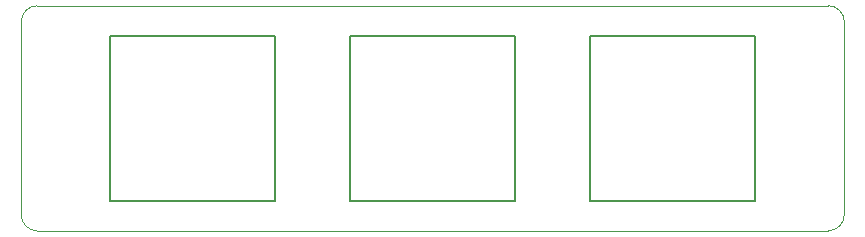
<source format=gbr>
%TF.GenerationSoftware,KiCad,Pcbnew,(7.0.0-0)*%
%TF.CreationDate,2023-04-04T23:19:51-05:00*%
%TF.ProjectId,1x3_breadboard_plate,3178335f-6272-4656-9164-626f6172645f,rev?*%
%TF.SameCoordinates,Original*%
%TF.FileFunction,Profile,NP*%
%FSLAX46Y46*%
G04 Gerber Fmt 4.6, Leading zero omitted, Abs format (unit mm)*
G04 Created by KiCad (PCBNEW (7.0.0-0)) date 2023-04-04 23:19:51*
%MOMM*%
%LPD*%
G01*
G04 APERTURE LIST*
%TA.AperFunction,Profile*%
%ADD10C,0.150000*%
%TD*%
%TA.AperFunction,Profile*%
%ADD11C,0.100000*%
%TD*%
G04 APERTURE END LIST*
D10*
X145400000Y-98410000D02*
X159400000Y-98410000D01*
X159400000Y-98410000D02*
X159400000Y-112410000D01*
X159400000Y-112410000D02*
X145400000Y-112410000D01*
X145400000Y-112410000D02*
X145400000Y-98410000D01*
X125080000Y-98410000D02*
X139080000Y-98410000D01*
X139080000Y-98410000D02*
X139080000Y-112410000D01*
X139080000Y-112410000D02*
X125080000Y-112410000D01*
X125080000Y-112410000D02*
X125080000Y-98410000D01*
D11*
X166925000Y-97235000D02*
X166925000Y-113585000D01*
X165575000Y-114935000D02*
G75*
G03*
X166925000Y-113585000I0J1350000D01*
G01*
X166925000Y-97235000D02*
G75*
G03*
X165575000Y-95885000I-1350000J0D01*
G01*
X97235000Y-113585000D02*
G75*
G03*
X98585000Y-114935000I1350000J0D01*
G01*
X98585000Y-95885000D02*
G75*
G03*
X97235000Y-97235000I0J-1350000D01*
G01*
X165575000Y-114935000D02*
X98585000Y-114935000D01*
X165575000Y-95885000D02*
X98585000Y-95885000D01*
X97235000Y-113585000D02*
X97235000Y-97235000D01*
D10*
X104760000Y-98410000D02*
X118760000Y-98410000D01*
X118760000Y-98410000D02*
X118760000Y-112410000D01*
X118760000Y-112410000D02*
X104760000Y-112410000D01*
X104760000Y-112410000D02*
X104760000Y-98410000D01*
M02*

</source>
